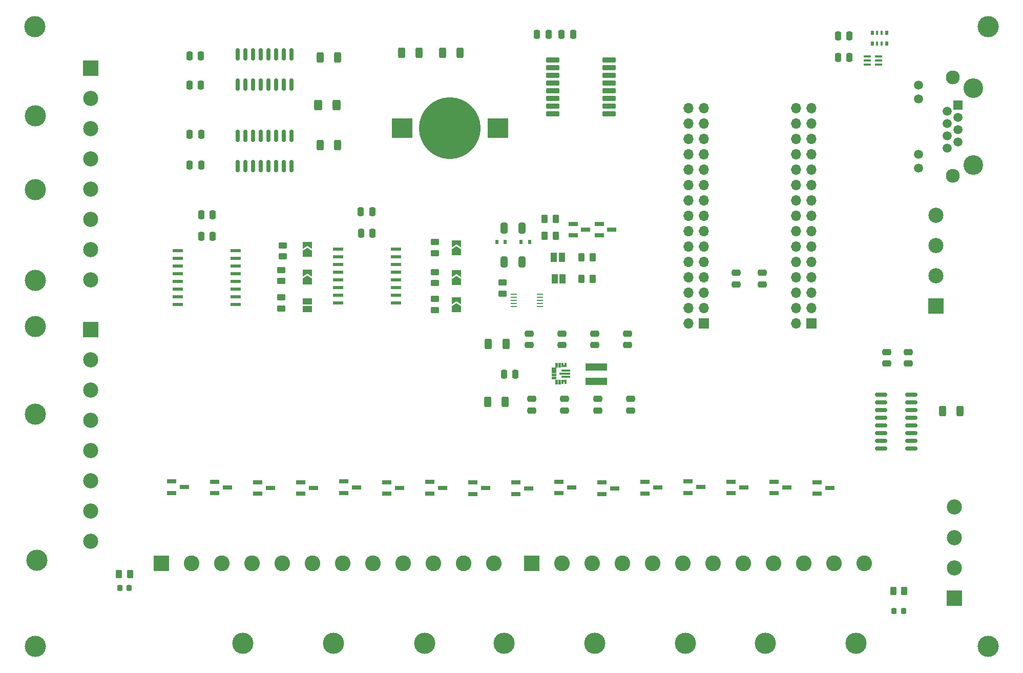
<source format=gbr>
%TF.GenerationSoftware,KiCad,Pcbnew,7.0.9*%
%TF.CreationDate,2024-04-09T00:12:48-04:00*%
%TF.ProjectId,RDL_revE4,52444c5f-7265-4764-9534-2e6b69636164,Rev E4*%
%TF.SameCoordinates,Original*%
%TF.FileFunction,Soldermask,Top*%
%TF.FilePolarity,Negative*%
%FSLAX46Y46*%
G04 Gerber Fmt 4.6, Leading zero omitted, Abs format (unit mm)*
G04 Created by KiCad (PCBNEW 7.0.9) date 2024-04-09 00:12:48*
%MOMM*%
%LPD*%
G01*
G04 APERTURE LIST*
G04 Aperture macros list*
%AMRoundRect*
0 Rectangle with rounded corners*
0 $1 Rounding radius*
0 $2 $3 $4 $5 $6 $7 $8 $9 X,Y pos of 4 corners*
0 Add a 4 corners polygon primitive as box body*
4,1,4,$2,$3,$4,$5,$6,$7,$8,$9,$2,$3,0*
0 Add four circle primitives for the rounded corners*
1,1,$1+$1,$2,$3*
1,1,$1+$1,$4,$5*
1,1,$1+$1,$6,$7*
1,1,$1+$1,$8,$9*
0 Add four rect primitives between the rounded corners*
20,1,$1+$1,$2,$3,$4,$5,0*
20,1,$1+$1,$4,$5,$6,$7,0*
20,1,$1+$1,$6,$7,$8,$9,0*
20,1,$1+$1,$8,$9,$2,$3,0*%
%AMFreePoly0*
4,1,6,1.000000,0.000000,0.500000,-0.750000,-0.500000,-0.750000,-0.500000,0.750000,0.500000,0.750000,1.000000,0.000000,1.000000,0.000000,$1*%
%AMFreePoly1*
4,1,6,0.500000,-0.750000,-0.650000,-0.750000,-0.150000,0.000000,-0.650000,0.750000,0.500000,0.750000,0.500000,-0.750000,0.500000,-0.750000,$1*%
G04 Aperture macros list end*
%ADD10C,0.010000*%
%ADD11R,1.168400X0.355600*%
%ADD12C,3.250000*%
%ADD13R,1.500000X1.500000*%
%ADD14C,1.500000*%
%ADD15C,2.300000*%
%ADD16RoundRect,0.250000X-0.250000X-0.475000X0.250000X-0.475000X0.250000X0.475000X-0.250000X0.475000X0*%
%ADD17RoundRect,0.250000X0.475000X-0.250000X0.475000X0.250000X-0.475000X0.250000X-0.475000X-0.250000X0*%
%ADD18R,1.803400X0.533400*%
%ADD19FreePoly0,90.000000*%
%ADD20FreePoly1,90.000000*%
%ADD21C,3.500000*%
%ADD22RoundRect,0.250000X-0.262500X-0.450000X0.262500X-0.450000X0.262500X0.450000X-0.262500X0.450000X0*%
%ADD23RoundRect,0.250000X0.250000X0.475000X-0.250000X0.475000X-0.250000X-0.475000X0.250000X-0.475000X0*%
%ADD24R,2.500000X2.500000*%
%ADD25C,2.500000*%
%ADD26RoundRect,0.143300X0.983700X0.253700X-0.983700X0.253700X-0.983700X-0.253700X0.983700X-0.253700X0*%
%ADD27RoundRect,0.250000X0.450000X-0.262500X0.450000X0.262500X-0.450000X0.262500X-0.450000X-0.262500X0*%
%ADD28RoundRect,0.250000X-0.312500X-0.625000X0.312500X-0.625000X0.312500X0.625000X-0.312500X0.625000X0*%
%ADD29RoundRect,0.250000X0.325000X0.650000X-0.325000X0.650000X-0.325000X-0.650000X0.325000X-0.650000X0*%
%ADD30RoundRect,0.070000X-0.650000X-0.300000X0.650000X-0.300000X0.650000X0.300000X-0.650000X0.300000X0*%
%ADD31R,0.600000X0.800000*%
%ADD32R,1.700000X1.700000*%
%ADD33O,1.700000X1.700000*%
%ADD34RoundRect,0.250000X0.262500X0.450000X-0.262500X0.450000X-0.262500X-0.450000X0.262500X-0.450000X0*%
%ADD35R,2.600000X2.600000*%
%ADD36C,2.600000*%
%ADD37RoundRect,0.250000X-0.475000X0.250000X-0.475000X-0.250000X0.475000X-0.250000X0.475000X0.250000X0*%
%ADD38RoundRect,0.150000X0.150000X-0.850000X0.150000X0.850000X-0.150000X0.850000X-0.150000X-0.850000X0*%
%ADD39RoundRect,0.218750X0.218750X0.256250X-0.218750X0.256250X-0.218750X-0.256250X0.218750X-0.256250X0*%
%ADD40RoundRect,0.250000X0.400000X0.625000X-0.400000X0.625000X-0.400000X-0.625000X0.400000X-0.625000X0*%
%ADD41R,1.000000X1.500000*%
%ADD42R,1.100000X0.250000*%
%ADD43C,10.200000*%
%ADD44R,3.500000X3.300000*%
%ADD45R,0.500000X0.800000*%
%ADD46R,0.400000X0.800000*%
%ADD47R,1.500000X1.000000*%
%ADD48RoundRect,0.102000X-1.700000X0.490000X-1.700000X-0.490000X1.700000X-0.490000X1.700000X0.490000X0*%
%ADD49RoundRect,0.218750X-0.218750X-0.256250X0.218750X-0.256250X0.218750X0.256250X-0.218750X0.256250X0*%
%ADD50RoundRect,0.250000X0.312500X0.625000X-0.312500X0.625000X-0.312500X-0.625000X0.312500X-0.625000X0*%
%ADD51RoundRect,0.150000X-0.850000X-0.150000X0.850000X-0.150000X0.850000X0.150000X-0.850000X0.150000X0*%
G04 APERTURE END LIST*
%TO.C,U8*%
D10*
X159182500Y-105199500D02*
X158482500Y-105199500D01*
X158482500Y-104849500D01*
X159182500Y-104849500D01*
X159182500Y-105199500D01*
G36*
X159182500Y-105199500D02*
G01*
X158482500Y-105199500D01*
X158482500Y-104849500D01*
X159182500Y-104849500D01*
X159182500Y-105199500D01*
G37*
X159182500Y-105699500D02*
X158482500Y-105699500D01*
X158482500Y-105349500D01*
X159182500Y-105349500D01*
X159182500Y-105699500D01*
G36*
X159182500Y-105699500D02*
G01*
X158482500Y-105699500D01*
X158482500Y-105349500D01*
X159182500Y-105349500D01*
X159182500Y-105699500D01*
G37*
X159182500Y-106199500D02*
X158482500Y-106199500D01*
X158482500Y-105849500D01*
X159182500Y-105849500D01*
X159182500Y-106199500D01*
G36*
X159182500Y-106199500D02*
G01*
X158482500Y-106199500D01*
X158482500Y-105849500D01*
X159182500Y-105849500D01*
X159182500Y-106199500D01*
G37*
X159182500Y-106699500D02*
X158482500Y-106699500D01*
X158482500Y-106349500D01*
X159182500Y-106349500D01*
X159182500Y-106699500D01*
G36*
X159182500Y-106699500D02*
G01*
X158482500Y-106699500D01*
X158482500Y-106349500D01*
X159182500Y-106349500D01*
X159182500Y-106699500D01*
G37*
X159432500Y-104724500D02*
X159082500Y-104724500D01*
X159082500Y-104024500D01*
X159432500Y-104024500D01*
X159432500Y-104724500D01*
G36*
X159432500Y-104724500D02*
G01*
X159082500Y-104724500D01*
X159082500Y-104024500D01*
X159432500Y-104024500D01*
X159432500Y-104724500D01*
G37*
X159432500Y-107524500D02*
X159082500Y-107524500D01*
X159082500Y-106824500D01*
X159432500Y-106824500D01*
X159432500Y-107524500D01*
G36*
X159432500Y-107524500D02*
G01*
X159082500Y-107524500D01*
X159082500Y-106824500D01*
X159432500Y-106824500D01*
X159432500Y-107524500D01*
G37*
X159932500Y-104724500D02*
X159582500Y-104724500D01*
X159582500Y-104024500D01*
X159932500Y-104024500D01*
X159932500Y-104724500D01*
G36*
X159932500Y-104724500D02*
G01*
X159582500Y-104724500D01*
X159582500Y-104024500D01*
X159932500Y-104024500D01*
X159932500Y-104724500D01*
G37*
X159932500Y-107524500D02*
X159582500Y-107524500D01*
X159582500Y-106824500D01*
X159932500Y-106824500D01*
X159932500Y-107524500D01*
G36*
X159932500Y-107524500D02*
G01*
X159582500Y-107524500D01*
X159582500Y-106824500D01*
X159932500Y-106824500D01*
X159932500Y-107524500D01*
G37*
X161432500Y-105899500D02*
X159732500Y-105899500D01*
X159732500Y-105649500D01*
X161432500Y-105649500D01*
X161432500Y-105899500D01*
G36*
X161432500Y-105899500D02*
G01*
X159732500Y-105899500D01*
X159732500Y-105649500D01*
X161432500Y-105649500D01*
X161432500Y-105899500D01*
G37*
X161432500Y-105399500D02*
X160082500Y-105399500D01*
X160082500Y-105149500D01*
X161432500Y-105149500D01*
X161432500Y-105399500D01*
G36*
X161432500Y-105399500D02*
G01*
X160082500Y-105399500D01*
X160082500Y-105149500D01*
X161432500Y-105149500D01*
X161432500Y-105399500D01*
G37*
X161432500Y-106399500D02*
X160082500Y-106399500D01*
X160082500Y-106149500D01*
X161432500Y-106149500D01*
X161432500Y-106399500D01*
G36*
X161432500Y-106399500D02*
G01*
X160082500Y-106399500D01*
X160082500Y-106149500D01*
X161432500Y-106149500D01*
X161432500Y-106399500D01*
G37*
X160882500Y-107474500D02*
X160632500Y-107474500D01*
X160632500Y-107124500D01*
X160382500Y-107124500D01*
X160382500Y-107474500D01*
X160132500Y-107474500D01*
X160132500Y-106874500D01*
X160882500Y-106874500D01*
X160882500Y-107474500D01*
G36*
X160882500Y-107474500D02*
G01*
X160632500Y-107474500D01*
X160632500Y-107124500D01*
X160382500Y-107124500D01*
X160382500Y-107474500D01*
X160132500Y-107474500D01*
X160132500Y-106874500D01*
X160882500Y-106874500D01*
X160882500Y-107474500D01*
G37*
X160382500Y-104424500D02*
X160632500Y-104424500D01*
X160632500Y-104074500D01*
X160882500Y-104074500D01*
X160882500Y-104674500D01*
X160132500Y-104674500D01*
X160132500Y-104074500D01*
X160382500Y-104074500D01*
X160382500Y-104424500D01*
G36*
X160382500Y-104424500D02*
G01*
X160632500Y-104424500D01*
X160632500Y-104074500D01*
X160882500Y-104074500D01*
X160882500Y-104674500D01*
X160132500Y-104674500D01*
X160132500Y-104074500D01*
X160382500Y-104074500D01*
X160382500Y-104424500D01*
G37*
%TD*%
D11*
%TO.C,U3*%
X210616800Y-53452000D03*
X210616800Y-54102000D03*
X210616800Y-54752000D03*
X212547200Y-54752000D03*
X212547200Y-54102000D03*
X212547200Y-53452000D03*
%TD*%
D12*
%TO.C,J7*%
X228221000Y-71374000D03*
X228221000Y-58674000D03*
D13*
X225681000Y-61464000D03*
D14*
X223901000Y-62480000D03*
X225681000Y-63496000D03*
X223901000Y-64512000D03*
X225681000Y-65528000D03*
X223901000Y-66544000D03*
X225681000Y-67560000D03*
X223901000Y-68576000D03*
X219081000Y-58164000D03*
X219081000Y-60454000D03*
X219081000Y-69594000D03*
X219081000Y-71884000D03*
D15*
X224791000Y-56894000D03*
X224791000Y-73154000D03*
%TD*%
D16*
%TO.C,C2*%
X160152000Y-49784000D03*
X162052000Y-49784000D03*
%TD*%
D17*
%TO.C,C18*%
X160181500Y-101114500D03*
X160181500Y-99214500D03*
%TD*%
D18*
%TO.C,U9*%
X106243200Y-94401600D03*
X106243200Y-93131600D03*
X106243200Y-91861600D03*
X106243200Y-90591600D03*
X106243200Y-89321600D03*
X106243200Y-88051600D03*
X106243200Y-86781600D03*
X106243200Y-85511600D03*
X96692800Y-85511600D03*
X96692800Y-86781600D03*
X96692800Y-88051600D03*
X96692800Y-89321600D03*
X96692800Y-90591600D03*
X96692800Y-91861600D03*
X96692800Y-93131600D03*
X96692800Y-94401600D03*
%TD*%
D16*
%TO.C,C5*%
X98618000Y-53340000D03*
X100518000Y-53340000D03*
%TD*%
D19*
%TO.C,JP5*%
X142748000Y-85778000D03*
D20*
X142748000Y-84328000D03*
%TD*%
D21*
%TO.C,H7*%
X73152000Y-150876000D03*
%TD*%
D19*
%TO.C,JP8*%
X118110000Y-86032000D03*
D20*
X118110000Y-84582000D03*
%TD*%
D22*
%TO.C,R11*%
X157329500Y-80264000D03*
X159154500Y-80264000D03*
%TD*%
D21*
%TO.C,REF3*%
X230632000Y-150876000D03*
%TD*%
D23*
%TO.C,C3*%
X207706000Y-53594000D03*
X205806000Y-53594000D03*
%TD*%
D21*
%TO.C,REF14*%
X73152000Y-112522000D03*
%TD*%
D24*
%TO.C,J3*%
X221996000Y-94662000D03*
D25*
X221996000Y-89662000D03*
X221996000Y-84662000D03*
X221996000Y-79662000D03*
%TD*%
D26*
%TO.C,U1*%
X167977000Y-62865000D03*
X167977000Y-61595000D03*
X167977000Y-60325000D03*
X167977000Y-59055000D03*
X167977000Y-57785000D03*
X167977000Y-56515000D03*
X167977000Y-55245000D03*
X167977000Y-53975000D03*
X158667000Y-53975000D03*
X158667000Y-55245000D03*
X158667000Y-56515000D03*
X158667000Y-57785000D03*
X158667000Y-59055000D03*
X158667000Y-60325000D03*
X158667000Y-61595000D03*
X158667000Y-62865000D03*
%TD*%
D27*
%TO.C,R13*%
X139192000Y-95289500D03*
X139192000Y-93464500D03*
%TD*%
D28*
%TO.C,R4*%
X120203500Y-68072000D03*
X123128500Y-68072000D03*
%TD*%
D29*
%TO.C,C9*%
X153562000Y-81788000D03*
X150612000Y-81788000D03*
%TD*%
D17*
%TO.C,C17*%
X154739100Y-101114500D03*
X154739100Y-99214500D03*
%TD*%
D22*
%TO.C,R12*%
X157329500Y-83058000D03*
X159154500Y-83058000D03*
%TD*%
D30*
%TO.C,Q11*%
X166816900Y-123804000D03*
X166816900Y-125704000D03*
X168916900Y-124754000D03*
%TD*%
D19*
%TO.C,JP3*%
X142748000Y-95139000D03*
D20*
X142748000Y-93689000D03*
%TD*%
D30*
%TO.C,Q4*%
X117042500Y-123777300D03*
X117042500Y-125677300D03*
X119142500Y-124727300D03*
%TD*%
D28*
%TO.C,R3*%
X120203500Y-53594000D03*
X123128500Y-53594000D03*
%TD*%
D30*
%TO.C,Q8*%
X145485000Y-123790600D03*
X145485000Y-125690600D03*
X147585000Y-124740600D03*
%TD*%
D31*
%TO.C,FB1*%
X149417000Y-84074000D03*
X150817000Y-84074000D03*
%TD*%
D21*
%TO.C,REF16*%
X73152000Y-90424000D03*
%TD*%
D32*
%TO.C,J4*%
X201427000Y-97531000D03*
D33*
X201427000Y-94991000D03*
X201427000Y-92451000D03*
X201427000Y-89911000D03*
X201427000Y-87371000D03*
X201427000Y-84831000D03*
X201427000Y-82291000D03*
X201427000Y-79751000D03*
X201427000Y-77211000D03*
X201427000Y-74671000D03*
X201427000Y-72131000D03*
X201427000Y-69591000D03*
X201427000Y-67051000D03*
X201427000Y-64511000D03*
X201427000Y-61971000D03*
X198887000Y-97531000D03*
X198887000Y-94991000D03*
X198887000Y-92451000D03*
X198887000Y-89911000D03*
X198887000Y-87371000D03*
X198887000Y-84831000D03*
X198887000Y-82291000D03*
X198887000Y-79751000D03*
X198887000Y-77211000D03*
X198887000Y-74671000D03*
X198887000Y-72131000D03*
X198887000Y-69591000D03*
X198887000Y-67051000D03*
X198887000Y-64511000D03*
X198887000Y-61971000D03*
%TD*%
D23*
%TO.C,C1*%
X157988000Y-49784000D03*
X156088000Y-49784000D03*
%TD*%
D34*
%TO.C,R14*%
X216787000Y-141732000D03*
X214962000Y-141732000D03*
%TD*%
D35*
%TO.C,J8*%
X93952000Y-137160000D03*
D36*
X98952000Y-137160000D03*
X103952000Y-137160000D03*
X108952000Y-137160000D03*
X113952000Y-137160000D03*
X118952000Y-137160000D03*
X123952000Y-137160000D03*
X128952000Y-137160000D03*
X133952000Y-137160000D03*
X138952000Y-137160000D03*
X143952000Y-137160000D03*
X148952000Y-137160000D03*
%TD*%
D37*
%TO.C,C27*%
X171524000Y-109982000D03*
X171524000Y-111882000D03*
%TD*%
D17*
%TO.C,C20*%
X165624000Y-101114500D03*
X165624000Y-99214500D03*
%TD*%
D38*
%TO.C,U2*%
X106569800Y-58090500D03*
X107839800Y-58090500D03*
X109109800Y-58090500D03*
X110379800Y-58090500D03*
X111649800Y-58090500D03*
X112919800Y-58090500D03*
X114189800Y-58090500D03*
X115459800Y-58090500D03*
X115459800Y-53090500D03*
X114189800Y-53090500D03*
X112919800Y-53090500D03*
X111649800Y-53090500D03*
X110379800Y-53090500D03*
X109109800Y-53090500D03*
X107839800Y-53090500D03*
X106569800Y-53090500D03*
%TD*%
D39*
%TO.C,D1*%
X88671500Y-141224000D03*
X87096500Y-141224000D03*
%TD*%
D27*
%TO.C,R16*%
X139192000Y-85891500D03*
X139192000Y-84066500D03*
%TD*%
D30*
%TO.C,Q13*%
X181038100Y-123630600D03*
X181038100Y-125530600D03*
X183138100Y-124580600D03*
%TD*%
D24*
%TO.C,J1*%
X82296000Y-55372000D03*
D25*
X82296000Y-60372000D03*
X82296000Y-65372000D03*
X82296000Y-70372000D03*
X82296000Y-75372000D03*
X82296000Y-80372000D03*
X82296000Y-85372000D03*
X82296000Y-90372000D03*
%TD*%
D30*
%TO.C,Q18*%
X166336000Y-81092000D03*
X166336000Y-82992000D03*
X168436000Y-82042000D03*
%TD*%
D40*
%TO.C,R5*%
X122962000Y-61468000D03*
X119862000Y-61468000D03*
%TD*%
D27*
%TO.C,R20*%
X113792000Y-90537500D03*
X113792000Y-88712500D03*
%TD*%
D30*
%TO.C,Q9*%
X152595600Y-123817300D03*
X152595600Y-125717300D03*
X154695600Y-124767300D03*
%TD*%
D27*
%TO.C,R19*%
X113792000Y-95033000D03*
X113792000Y-93208000D03*
%TD*%
%TO.C,R21*%
X114046000Y-86473500D03*
X114046000Y-84648500D03*
%TD*%
%TO.C,R7*%
X150368000Y-92606500D03*
X150368000Y-90781500D03*
%TD*%
D16*
%TO.C,C13*%
X126934000Y-79046900D03*
X128834000Y-79046900D03*
%TD*%
D37*
%TO.C,C21*%
X213868000Y-102240000D03*
X213868000Y-104140000D03*
%TD*%
D30*
%TO.C,Q5*%
X124153100Y-123644000D03*
X124153100Y-125544000D03*
X126253100Y-124594000D03*
%TD*%
%TO.C,Q17*%
X162018000Y-81092000D03*
X162018000Y-82992000D03*
X164118000Y-82042000D03*
%TD*%
%TO.C,Q2*%
X102821200Y-123657300D03*
X102821200Y-125557300D03*
X104921200Y-124607300D03*
%TD*%
D21*
%TO.C,REF17*%
X73152000Y-75438000D03*
%TD*%
%TO.C,REF18*%
X73152000Y-63246000D03*
%TD*%
D34*
%TO.C,R17*%
X165250500Y-86614000D03*
X163425500Y-86614000D03*
%TD*%
D21*
%TO.C,REF15*%
X73152000Y-98044000D03*
%TD*%
D37*
%TO.C,C25*%
X166080700Y-109982000D03*
X166080700Y-111882000D03*
%TD*%
D19*
%TO.C,JP4*%
X142748000Y-90641000D03*
D20*
X142748000Y-89191000D03*
%TD*%
D41*
%TO.C,JP2*%
X160274000Y-90170000D03*
X158974000Y-90170000D03*
%TD*%
D30*
%TO.C,Q12*%
X173927500Y-123710600D03*
X173927500Y-125610600D03*
X176027500Y-124660600D03*
%TD*%
D21*
%TO.C,REF6*%
X180622000Y-150368000D03*
%TD*%
D30*
%TO.C,Q16*%
X202370000Y-123764000D03*
X202370000Y-125664000D03*
X204470000Y-124714000D03*
%TD*%
D42*
%TO.C,U5*%
X152223000Y-92726000D03*
X152223000Y-93226000D03*
X152223000Y-93726000D03*
X152223000Y-94226000D03*
X152223000Y-94726000D03*
X156523000Y-94726000D03*
X156523000Y-94226000D03*
X156523000Y-93726000D03*
X156523000Y-93226000D03*
X156523000Y-92726000D03*
%TD*%
D17*
%TO.C,C12*%
X193294000Y-91054000D03*
X193294000Y-89154000D03*
%TD*%
%TO.C,C11*%
X188976000Y-91054000D03*
X188976000Y-89154000D03*
%TD*%
D16*
%TO.C,C15*%
X100574000Y-79542600D03*
X102474000Y-79542600D03*
%TD*%
D30*
%TO.C,Q6*%
X131263700Y-123737300D03*
X131263700Y-125637300D03*
X133363700Y-124687300D03*
%TD*%
D18*
%TO.C,U7*%
X132725200Y-94159900D03*
X132725200Y-92889900D03*
X132725200Y-91619900D03*
X132725200Y-90349900D03*
X132725200Y-89079900D03*
X132725200Y-87809900D03*
X132725200Y-86539900D03*
X132725200Y-85269900D03*
X123174800Y-85269900D03*
X123174800Y-86539900D03*
X123174800Y-87809900D03*
X123174800Y-89079900D03*
X123174800Y-90349900D03*
X123174800Y-91619900D03*
X123174800Y-92889900D03*
X123174800Y-94159900D03*
%TD*%
D21*
%TO.C,REF5*%
X193802000Y-150368000D03*
%TD*%
D23*
%TO.C,C4*%
X207706000Y-50038000D03*
X205806000Y-50038000D03*
%TD*%
D30*
%TO.C,Q3*%
X109931900Y-123750600D03*
X109931900Y-125650600D03*
X112031900Y-124700600D03*
%TD*%
%TO.C,Q7*%
X138374400Y-123724000D03*
X138374400Y-125624000D03*
X140474400Y-124674000D03*
%TD*%
D38*
%TO.C,U4*%
X106568000Y-66576900D03*
X107838000Y-66576900D03*
X109108000Y-66576900D03*
X110378000Y-66576900D03*
X111648000Y-66576900D03*
X112918000Y-66576900D03*
X114188000Y-66576900D03*
X115458000Y-66576900D03*
X115458000Y-71576900D03*
X114188000Y-71576900D03*
X112918000Y-71576900D03*
X111648000Y-71576900D03*
X110378000Y-71576900D03*
X109108000Y-71576900D03*
X107838000Y-71576900D03*
X106568000Y-71576900D03*
%TD*%
D30*
%TO.C,Q1*%
X95710600Y-123617300D03*
X95710600Y-125517300D03*
X97810600Y-124567300D03*
%TD*%
D16*
%TO.C,C6*%
X98684000Y-66294000D03*
X100584000Y-66294000D03*
%TD*%
D23*
%TO.C,C26*%
X152490000Y-105884500D03*
X150590000Y-105884500D03*
%TD*%
D21*
%TO.C,REF7*%
X165622000Y-150368000D03*
%TD*%
%TO.C,REF8*%
X150622000Y-150368000D03*
%TD*%
D27*
%TO.C,R15*%
X139192000Y-90868000D03*
X139192000Y-89043000D03*
%TD*%
D35*
%TO.C,J9*%
X155180000Y-137160000D03*
D36*
X160180000Y-137160000D03*
X165180000Y-137160000D03*
X170180000Y-137160000D03*
X175180000Y-137160000D03*
X180180000Y-137160000D03*
X185180000Y-137160000D03*
X190180000Y-137160000D03*
X195180000Y-137160000D03*
X200180000Y-137160000D03*
X205180000Y-137160000D03*
X210180000Y-137160000D03*
%TD*%
D37*
%TO.C,C19*%
X217424000Y-102240000D03*
X217424000Y-104140000D03*
%TD*%
D21*
%TO.C,REF11*%
X107470000Y-150368000D03*
%TD*%
%TO.C,REF4*%
X208802000Y-150368000D03*
%TD*%
D31*
%TO.C,FB2*%
X153419000Y-84074000D03*
X154819000Y-84074000D03*
%TD*%
D21*
%TO.C,REF13*%
X73406000Y-136652000D03*
%TD*%
D17*
%TO.C,C22*%
X171066400Y-101114500D03*
X171066400Y-99214500D03*
%TD*%
D16*
%TO.C,C7*%
X98618000Y-58166000D03*
X100518000Y-58166000D03*
%TD*%
D21*
%TO.C,REF10*%
X122470000Y-150368000D03*
%TD*%
D28*
%TO.C,R10*%
X147889500Y-110512500D03*
X150814500Y-110512500D03*
%TD*%
D22*
%TO.C,R6*%
X86971500Y-138938000D03*
X88796500Y-138938000D03*
%TD*%
D32*
%TO.C,J6*%
X183652000Y-97526000D03*
D33*
X183652000Y-94986000D03*
X183652000Y-92446000D03*
X183652000Y-89906000D03*
X183652000Y-87366000D03*
X183652000Y-84826000D03*
X183652000Y-82286000D03*
X183652000Y-79746000D03*
X183652000Y-77206000D03*
X183652000Y-74666000D03*
X183652000Y-72126000D03*
X183652000Y-69586000D03*
X183652000Y-67046000D03*
X183652000Y-64506000D03*
X183652000Y-61966000D03*
X181112000Y-97526000D03*
X181112000Y-94986000D03*
X181112000Y-92446000D03*
X181112000Y-89906000D03*
X181112000Y-87366000D03*
X181112000Y-84826000D03*
X181112000Y-82286000D03*
X181112000Y-79746000D03*
X181112000Y-77206000D03*
X181112000Y-74666000D03*
X181112000Y-72126000D03*
X181112000Y-69586000D03*
X181112000Y-67046000D03*
X181112000Y-64506000D03*
X181112000Y-61966000D03*
%TD*%
D43*
%TO.C,BAT1*%
X141670700Y-65278000D03*
D44*
X149570700Y-65278000D03*
X133770700Y-65278000D03*
%TD*%
D37*
%TO.C,C23*%
X155194000Y-109982000D03*
X155194000Y-111882000D03*
%TD*%
D30*
%TO.C,Q15*%
X195259400Y-123670600D03*
X195259400Y-125570600D03*
X197359400Y-124620600D03*
%TD*%
D16*
%TO.C,C16*%
X100584000Y-83098600D03*
X102484000Y-83098600D03*
%TD*%
D45*
%TO.C,RN1*%
X211468000Y-51330000D03*
D46*
X212268000Y-51330000D03*
X213068000Y-51330000D03*
D45*
X213868000Y-51330000D03*
X213868000Y-49530000D03*
D46*
X213068000Y-49530000D03*
X212268000Y-49530000D03*
D45*
X211468000Y-49530000D03*
%TD*%
D47*
%TO.C,JP6*%
X118110000Y-95175000D03*
X118110000Y-93875000D03*
%TD*%
D48*
%TO.C,L1*%
X165862000Y-104733000D03*
X165862000Y-107103000D03*
%TD*%
D19*
%TO.C,JP7*%
X118110000Y-90567000D03*
D20*
X118110000Y-89117000D03*
%TD*%
D28*
%TO.C,R1*%
X133665500Y-52832000D03*
X136590500Y-52832000D03*
%TD*%
D16*
%TO.C,C8*%
X98684000Y-71374000D03*
X100584000Y-71374000D03*
%TD*%
D24*
%TO.C,J5*%
X225044000Y-142882000D03*
D25*
X225044000Y-137882000D03*
X225044000Y-132882000D03*
X225044000Y-127882000D03*
%TD*%
D37*
%TO.C,C24*%
X160637300Y-109982000D03*
X160637300Y-111882000D03*
%TD*%
D28*
%TO.C,R2*%
X140426200Y-52832000D03*
X143351200Y-52832000D03*
%TD*%
D21*
%TO.C,H51*%
X73092000Y-48514000D03*
%TD*%
%TO.C,H6*%
X230632000Y-48514000D03*
%TD*%
D29*
%TO.C,C10*%
X153611000Y-87376000D03*
X150661000Y-87376000D03*
%TD*%
D16*
%TO.C,C14*%
X127000000Y-82602900D03*
X128900000Y-82602900D03*
%TD*%
D30*
%TO.C,Q10*%
X159706200Y-123684000D03*
X159706200Y-125584000D03*
X161806200Y-124634000D03*
%TD*%
D49*
%TO.C,D2*%
X215087000Y-145034000D03*
X216662000Y-145034000D03*
%TD*%
D41*
%TO.C,JP1*%
X158862000Y-86614000D03*
X160162000Y-86614000D03*
%TD*%
D24*
%TO.C,J2*%
X82296000Y-98552000D03*
D25*
X82296000Y-103552000D03*
X82296000Y-108552000D03*
X82296000Y-113552000D03*
X82296000Y-118552000D03*
X82296000Y-123552000D03*
X82296000Y-128552000D03*
X82296000Y-133552000D03*
%TD*%
D50*
%TO.C,R9*%
X150938900Y-100926500D03*
X148013900Y-100926500D03*
%TD*%
D30*
%TO.C,Q14*%
X188148700Y-123697300D03*
X188148700Y-125597300D03*
X190248700Y-124647300D03*
%TD*%
D21*
%TO.C,REF9*%
X137470000Y-150368000D03*
%TD*%
D34*
%TO.C,R18*%
X165250500Y-90170000D03*
X163425500Y-90170000D03*
%TD*%
D51*
%TO.C,U6*%
X212956000Y-109330200D03*
X212956000Y-110600200D03*
X212956000Y-111870200D03*
X212956000Y-113140200D03*
X212956000Y-114410200D03*
X212956000Y-115680200D03*
X212956000Y-116950200D03*
X212956000Y-118220200D03*
X217956000Y-118220200D03*
X217956000Y-116950200D03*
X217956000Y-115680200D03*
X217956000Y-114410200D03*
X217956000Y-113140200D03*
X217956000Y-111870200D03*
X217956000Y-110600200D03*
X217956000Y-109330200D03*
%TD*%
D28*
%TO.C,R8*%
X223073500Y-112014000D03*
X225998500Y-112014000D03*
%TD*%
M02*

</source>
